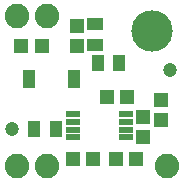
<source format=gbr>
G04 #@! TF.FileFunction,Soldermask,Top*
%FSLAX46Y46*%
G04 Gerber Fmt 4.6, Leading zero omitted, Abs format (unit mm)*
G04 Created by KiCad (PCBNEW 4.0.6) date 07/21/17 14:00:03*
%MOMM*%
%LPD*%
G01*
G04 APERTURE LIST*
%ADD10C,0.100000*%
%ADD11R,1.402080X1.000760*%
%ADD12R,1.303020X0.601980*%
%ADD13R,1.000760X1.402080*%
%ADD14R,1.201420X1.201420*%
%ADD15C,1.201420*%
%ADD16C,3.505200*%
%ADD17R,1.102360X1.501140*%
%ADD18R,1.303020X1.201420*%
%ADD19R,1.201420X1.303020*%
%ADD20C,2.082800*%
G04 APERTURE END LIST*
D10*
D11*
X71374000Y-74813160D03*
X71374000Y-73014840D03*
D12*
X69507100Y-80688180D03*
X69507100Y-81338420D03*
X69507100Y-81983580D03*
X69507100Y-82633820D03*
X74002900Y-82633820D03*
X74002900Y-81983580D03*
X74002900Y-81338420D03*
X74002900Y-80688180D03*
D13*
X68072000Y-81915000D03*
X66273680Y-81915000D03*
X73416160Y-76327000D03*
X71617840Y-76327000D03*
D14*
X65163700Y-74930000D03*
X66916300Y-74930000D03*
D15*
X77724000Y-76962000D03*
X64389000Y-81915000D03*
D16*
X76200000Y-73660000D03*
D17*
X65791080Y-77724000D03*
X69590920Y-77724000D03*
D18*
X69509640Y-84455000D03*
X71206360Y-84455000D03*
X74127360Y-79248000D03*
X72430640Y-79248000D03*
D19*
X75438000Y-82595720D03*
X75438000Y-80899000D03*
D18*
X73152000Y-84455000D03*
X74848720Y-84455000D03*
D19*
X76962000Y-81198720D03*
X76962000Y-79502000D03*
X69850000Y-73192640D03*
X69850000Y-74889360D03*
D20*
X64770000Y-85090000D03*
X67310000Y-85090000D03*
X77470000Y-85090000D03*
X67310000Y-72390000D03*
X64770000Y-72390000D03*
M02*

</source>
